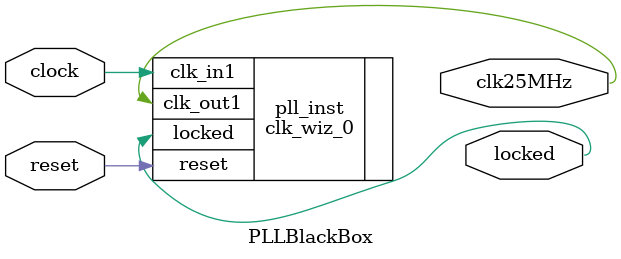
<source format=v>
module PLLBlackBox (
    input  wire clock,     // 100 MHz input clock
    input  wire reset,         // Reset button (active high)
    output wire clk25MHz,
    output wire locked
);

    // PLL instantiation (generated by Clocking Wizard)
    clk_wiz_0 pll_inst (
        .clk_in1(clock),
        .reset(reset),
        .clk_out1(clk25MHz),
        .locked(locked)
    );

endmodule

</source>
